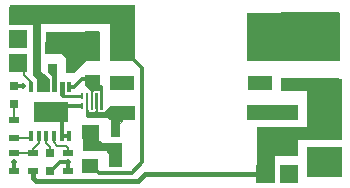
<source format=gbr>
G04 #@! TF.FileFunction,Copper,L1,Top,Signal*
%FSLAX46Y46*%
G04 Gerber Fmt 4.6, Leading zero omitted, Abs format (unit mm)*
G04 Created by KiCad (PCBNEW 4.0.7) date 01/28/18 01:48:01*
%MOMM*%
%LPD*%
G01*
G04 APERTURE LIST*
%ADD10C,0.100000*%
%ADD11R,2.500000X1.000000*%
%ADD12O,0.180000X1.362000*%
%ADD13O,0.180000X0.560000*%
%ADD14R,0.750000X0.800000*%
%ADD15R,1.250000X1.000000*%
%ADD16R,5.000000X1.000000*%
%ADD17R,3.000000X1.000000*%
%ADD18R,1.400000X1.300000*%
%ADD19R,1.100000X2.000000*%
%ADD20R,0.800000X0.800000*%
%ADD21R,1.400000X1.200000*%
%ADD22R,1.500000X1.500000*%
%ADD23R,0.900000X0.500000*%
%ADD24R,1.300000X0.700000*%
%ADD25R,2.080000X1.170000*%
%ADD26R,0.420000X0.890000*%
%ADD27R,0.712500X0.825000*%
%ADD28R,0.800000X0.750000*%
%ADD29C,0.508000*%
%ADD30C,0.200000*%
%ADD31C,0.300000*%
%ADD32C,0.400000*%
G04 APERTURE END LIST*
D10*
D11*
X133100000Y-86500000D03*
X133100000Y-83500000D03*
D12*
X135800000Y-91000000D03*
X136200000Y-91000000D03*
X136600000Y-91000000D03*
X135400000Y-91000000D03*
D13*
X135000000Y-91401000D03*
X135000000Y-90599000D03*
D14*
X132300000Y-96950000D03*
X132300000Y-95450000D03*
D15*
X135800000Y-85600000D03*
X135800000Y-83600000D03*
D14*
X129200000Y-89750000D03*
X129200000Y-91250000D03*
D16*
X154300000Y-84000000D03*
X154300000Y-89600000D03*
D17*
X155500000Y-96900000D03*
X155500000Y-92300000D03*
D18*
X135700000Y-93650000D03*
X135700000Y-96550000D03*
D19*
X137800000Y-95550000D03*
D20*
X137800000Y-93650000D03*
D21*
X152500000Y-95050000D03*
X152500000Y-91950000D03*
D22*
X129600000Y-83800000D03*
X129600000Y-87800000D03*
X129600000Y-85800000D03*
X152500000Y-97200000D03*
X150500000Y-97200000D03*
D23*
X133800000Y-96950000D03*
X133800000Y-95450000D03*
X129200000Y-94150000D03*
X129200000Y-92650000D03*
X129200000Y-96950000D03*
X129200000Y-95450000D03*
D24*
X135800000Y-87250000D03*
X135800000Y-89150000D03*
D23*
X130800000Y-96950000D03*
X130800000Y-95450000D03*
D25*
X150030000Y-87000000D03*
X150030000Y-89500000D03*
X150030000Y-92000000D03*
X138370000Y-92000000D03*
X138370000Y-87000000D03*
X138370000Y-89500000D03*
D26*
X130675000Y-94005000D03*
X131325000Y-94005000D03*
X131975000Y-94005000D03*
X132625000Y-94005000D03*
X133275000Y-94005000D03*
X133925000Y-94005000D03*
X133925000Y-89795000D03*
X133275000Y-89795000D03*
X132625000Y-89795000D03*
X131975000Y-89795000D03*
X131325000Y-89795000D03*
X130675000Y-89795000D03*
D27*
X133368750Y-91487500D03*
X132656250Y-91487500D03*
X131943750Y-91487500D03*
X131231250Y-91487500D03*
X133368750Y-92312500D03*
X132656250Y-92312500D03*
X131943750Y-92312500D03*
X131231250Y-92312500D03*
D28*
X133950000Y-88200000D03*
X132450000Y-88200000D03*
D29*
X134800000Y-87100000D03*
X134800000Y-86500000D03*
X134250000Y-87400000D03*
X134800000Y-85900000D03*
X136050000Y-86500000D03*
X135450000Y-86500000D03*
X134300000Y-85500000D03*
X133700000Y-85500000D03*
X133100000Y-85500000D03*
X132500000Y-85500000D03*
X155500000Y-95300000D03*
X154900000Y-95900000D03*
X155500000Y-95900000D03*
X154900000Y-95300000D03*
X156100000Y-95300000D03*
X156100000Y-95900000D03*
X154900000Y-85600000D03*
X153700000Y-85600000D03*
X153100000Y-85000000D03*
X153700000Y-85000000D03*
X154300000Y-85000000D03*
X153100000Y-85600000D03*
X154300000Y-85600000D03*
X155500000Y-85600000D03*
X154900000Y-85000000D03*
X155500000Y-85000000D03*
X133800000Y-96200000D03*
X129200000Y-96200000D03*
X130000000Y-89750000D03*
X131231250Y-92312500D03*
X131943750Y-92312500D03*
X132656250Y-92312500D03*
X133368750Y-92312500D03*
X133368750Y-91487500D03*
X132656250Y-91487500D03*
X131943750Y-91487500D03*
X131231250Y-91487500D03*
D30*
X134800000Y-87100000D02*
X134500000Y-87400000D01*
X134800000Y-86500000D02*
X134800000Y-87100000D01*
X134500000Y-87400000D02*
X134250000Y-87400000D01*
X134800000Y-86500000D02*
X134800000Y-85900000D01*
X136050000Y-86500000D02*
X135450000Y-86500000D01*
X135450000Y-86500000D02*
X134800000Y-86500000D01*
X134800000Y-86500000D02*
X133100000Y-86500000D01*
X132500000Y-85500000D02*
X133100000Y-85500000D01*
X133700000Y-85500000D02*
X133100000Y-85500000D01*
X134300000Y-85500000D02*
X133700000Y-85500000D01*
X133100000Y-85500000D02*
X133100000Y-86500000D01*
X156100000Y-95300000D02*
X155500000Y-95300000D01*
X154900000Y-95300000D02*
X154900000Y-95900000D01*
X154900000Y-95900000D02*
X155500000Y-95900000D01*
X155500000Y-95300000D02*
X154900000Y-95300000D01*
X156100000Y-95900000D02*
X155500000Y-95900000D01*
X155500000Y-95900000D02*
X155500000Y-96900000D01*
X155500000Y-85600000D02*
X154900000Y-85600000D01*
X154300000Y-85600000D02*
X153700000Y-85600000D01*
X153100000Y-85600000D02*
X153100000Y-85000000D01*
X153700000Y-85000000D02*
X154300000Y-85000000D01*
X153100000Y-85000000D02*
X153700000Y-85000000D01*
X153700000Y-85600000D02*
X153100000Y-85600000D01*
X154900000Y-85600000D02*
X154300000Y-85600000D01*
X155500000Y-85000000D02*
X154900000Y-85000000D01*
X154900000Y-85000000D02*
X154300000Y-85000000D01*
X154300000Y-85000000D02*
X154300000Y-84000000D01*
X132300000Y-96950000D02*
X132350000Y-96950000D01*
D31*
X132350000Y-96950000D02*
X133100000Y-96200000D01*
X133100000Y-96200000D02*
X133800000Y-96200000D01*
X133800000Y-96950000D02*
X133800000Y-96200000D01*
X129200000Y-96950000D02*
X129200000Y-96200000D01*
X133275000Y-94005000D02*
X133275000Y-92406250D01*
D30*
X133275000Y-92406250D02*
X133368750Y-92312500D01*
D31*
X133275000Y-94005000D02*
X133925000Y-94005000D01*
D10*
X135000000Y-91401000D02*
X133455250Y-91401000D01*
X133455250Y-91401000D02*
X133368750Y-91487500D01*
D31*
X129200000Y-89750000D02*
X130000000Y-89750000D01*
D32*
X133275000Y-92406250D02*
X133368750Y-92312500D01*
X133950000Y-88200000D02*
X133900000Y-88200000D01*
D31*
X135700000Y-96350000D02*
X136450000Y-97100000D01*
X139200000Y-97100000D02*
X140100000Y-96200000D01*
X136450000Y-97100000D02*
X139200000Y-97100000D01*
D30*
X135700000Y-96350000D02*
X136250000Y-96900000D01*
D31*
X140100000Y-96200000D02*
X140100000Y-88200000D01*
X140100000Y-88200000D02*
X138900000Y-87000000D01*
D30*
X138900000Y-87000000D02*
X138370000Y-87000000D01*
X129200000Y-91250000D02*
X129200000Y-92650000D01*
X131975000Y-94005000D02*
X131975000Y-94575000D01*
X132300000Y-94900000D02*
X132300000Y-95450000D01*
X131975000Y-94575000D02*
X132300000Y-94900000D01*
D32*
X150500000Y-97200000D02*
X140350000Y-97200000D01*
X140350000Y-97200000D02*
X139750000Y-97800000D01*
X130800000Y-96950000D02*
X130800000Y-97500000D01*
X130800000Y-97500000D02*
X131100000Y-97800000D01*
X131100000Y-97800000D02*
X139750000Y-97800000D01*
X135700000Y-93450000D02*
X135900000Y-93450000D01*
X137800000Y-95350000D02*
X137800000Y-95550000D01*
D30*
X130675000Y-89795000D02*
X130675000Y-89425000D01*
X130675000Y-89425000D02*
X130100000Y-88850000D01*
X130100000Y-88850000D02*
X130100000Y-88300000D01*
X130100000Y-88300000D02*
X129600000Y-87800000D01*
D31*
X133925000Y-89795000D02*
X134305000Y-89795000D01*
X134950000Y-89150000D02*
X135800000Y-89150000D01*
X134305000Y-89795000D02*
X134950000Y-89150000D01*
D10*
X135000000Y-90599000D02*
X133499000Y-90599000D01*
X133275000Y-90375000D02*
X133275000Y-89795000D01*
X133499000Y-90599000D02*
X133275000Y-90375000D01*
D30*
X132625000Y-94005000D02*
X132625000Y-94525000D01*
X133800000Y-95000000D02*
X133800000Y-95450000D01*
X133600000Y-94800000D02*
X133800000Y-95000000D01*
X132900000Y-94800000D02*
X133600000Y-94800000D01*
X132625000Y-94525000D02*
X132900000Y-94800000D01*
X133750000Y-95450000D02*
X133800000Y-95450000D01*
X129200000Y-94150000D02*
X130530000Y-94150000D01*
X130530000Y-94150000D02*
X130675000Y-94005000D01*
X129200000Y-95450000D02*
X130800000Y-95450000D01*
X131325000Y-94005000D02*
X131325000Y-94575000D01*
X131325000Y-94575000D02*
X130800000Y-95100000D01*
X130800000Y-95100000D02*
X130800000Y-95450000D01*
D10*
G36*
X135450000Y-91800000D02*
X135451980Y-91813930D01*
X135457761Y-91826756D01*
X135464645Y-91835355D01*
X135564645Y-91935355D01*
X135575894Y-91943805D01*
X135589052Y-91948787D01*
X135600000Y-91950000D01*
X136000000Y-91950000D01*
X136013930Y-91948020D01*
X136026756Y-91942239D01*
X136035355Y-91935355D01*
X136135355Y-91835355D01*
X136143805Y-91824106D01*
X136148787Y-91810948D01*
X136150000Y-91800000D01*
X136150000Y-90350000D01*
X136250000Y-90350000D01*
X136250000Y-91800000D01*
X136251980Y-91813930D01*
X136257761Y-91826756D01*
X136264645Y-91835355D01*
X136364645Y-91935355D01*
X136375894Y-91943805D01*
X136389052Y-91948787D01*
X136400000Y-91950000D01*
X136800000Y-91950000D01*
X136813930Y-91948020D01*
X136826756Y-91942239D01*
X136835355Y-91935355D01*
X137320710Y-91450000D01*
X139400000Y-91450000D01*
X139400000Y-92550000D01*
X138500000Y-92550000D01*
X138486070Y-92551980D01*
X138473244Y-92557761D01*
X138464645Y-92564645D01*
X138164645Y-92864645D01*
X138156195Y-92875894D01*
X138151213Y-92889052D01*
X138150000Y-92900000D01*
X138150000Y-94000000D01*
X137450000Y-94000000D01*
X137450000Y-92700000D01*
X137448020Y-92686070D01*
X137442239Y-92673244D01*
X137435355Y-92664645D01*
X137135355Y-92364645D01*
X137124106Y-92356195D01*
X137110948Y-92351213D01*
X137100000Y-92350000D01*
X135420710Y-92350000D01*
X135350000Y-92279290D01*
X135350000Y-90350000D01*
X135450000Y-90350000D01*
X135450000Y-91800000D01*
X135450000Y-91800000D01*
G37*
X135450000Y-91800000D02*
X135451980Y-91813930D01*
X135457761Y-91826756D01*
X135464645Y-91835355D01*
X135564645Y-91935355D01*
X135575894Y-91943805D01*
X135589052Y-91948787D01*
X135600000Y-91950000D01*
X136000000Y-91950000D01*
X136013930Y-91948020D01*
X136026756Y-91942239D01*
X136035355Y-91935355D01*
X136135355Y-91835355D01*
X136143805Y-91824106D01*
X136148787Y-91810948D01*
X136150000Y-91800000D01*
X136150000Y-90350000D01*
X136250000Y-90350000D01*
X136250000Y-91800000D01*
X136251980Y-91813930D01*
X136257761Y-91826756D01*
X136264645Y-91835355D01*
X136364645Y-91935355D01*
X136375894Y-91943805D01*
X136389052Y-91948787D01*
X136400000Y-91950000D01*
X136800000Y-91950000D01*
X136813930Y-91948020D01*
X136826756Y-91942239D01*
X136835355Y-91935355D01*
X137320710Y-91450000D01*
X139400000Y-91450000D01*
X139400000Y-92550000D01*
X138500000Y-92550000D01*
X138486070Y-92551980D01*
X138473244Y-92557761D01*
X138464645Y-92564645D01*
X138164645Y-92864645D01*
X138156195Y-92875894D01*
X138151213Y-92889052D01*
X138150000Y-92900000D01*
X138150000Y-94000000D01*
X137450000Y-94000000D01*
X137450000Y-92700000D01*
X137448020Y-92686070D01*
X137442239Y-92673244D01*
X137435355Y-92664645D01*
X137135355Y-92364645D01*
X137124106Y-92356195D01*
X137110948Y-92351213D01*
X137100000Y-92350000D01*
X135420710Y-92350000D01*
X135350000Y-92279290D01*
X135350000Y-90350000D01*
X135450000Y-90350000D01*
X135450000Y-91800000D01*
G36*
X136400000Y-89500000D02*
X136401980Y-89513930D01*
X136407761Y-89526756D01*
X136414645Y-89535355D01*
X136650000Y-89770710D01*
X136650000Y-91650000D01*
X136550000Y-91650000D01*
X136550000Y-90200000D01*
X136548020Y-90186070D01*
X136542239Y-90173244D01*
X136535355Y-90164645D01*
X136435355Y-90064645D01*
X136424106Y-90056195D01*
X136410948Y-90051213D01*
X136400000Y-90050000D01*
X136000000Y-90050000D01*
X135986070Y-90051980D01*
X135973244Y-90057761D01*
X135964645Y-90064645D01*
X135864645Y-90164645D01*
X135856195Y-90175894D01*
X135851213Y-90189052D01*
X135850000Y-90200000D01*
X135850000Y-91650000D01*
X135750000Y-91650000D01*
X135750000Y-90200000D01*
X135748020Y-90186070D01*
X135742239Y-90173244D01*
X135735355Y-90164645D01*
X135200000Y-89629290D01*
X135200000Y-88850000D01*
X136400000Y-88850000D01*
X136400000Y-89500000D01*
X136400000Y-89500000D01*
G37*
X136400000Y-89500000D02*
X136401980Y-89513930D01*
X136407761Y-89526756D01*
X136414645Y-89535355D01*
X136650000Y-89770710D01*
X136650000Y-91650000D01*
X136550000Y-91650000D01*
X136550000Y-90200000D01*
X136548020Y-90186070D01*
X136542239Y-90173244D01*
X136535355Y-90164645D01*
X136435355Y-90064645D01*
X136424106Y-90056195D01*
X136410948Y-90051213D01*
X136400000Y-90050000D01*
X136000000Y-90050000D01*
X135986070Y-90051980D01*
X135973244Y-90057761D01*
X135964645Y-90064645D01*
X135864645Y-90164645D01*
X135856195Y-90175894D01*
X135851213Y-90189052D01*
X135850000Y-90200000D01*
X135850000Y-91650000D01*
X135750000Y-91650000D01*
X135750000Y-90200000D01*
X135748020Y-90186070D01*
X135742239Y-90173244D01*
X135735355Y-90164645D01*
X135200000Y-89629290D01*
X135200000Y-88850000D01*
X136400000Y-88850000D01*
X136400000Y-89500000D01*
G36*
X133450000Y-90350000D02*
X133451980Y-90363930D01*
X133457761Y-90376756D01*
X133464645Y-90385355D01*
X133564645Y-90485355D01*
X133575894Y-90493805D01*
X133589052Y-90498787D01*
X133600000Y-90500000D01*
X134900000Y-90500000D01*
X134900000Y-90700000D01*
X133320710Y-90700000D01*
X133100000Y-90479290D01*
X133100000Y-89400000D01*
X133450000Y-89400000D01*
X133450000Y-90350000D01*
X133450000Y-90350000D01*
G37*
X133450000Y-90350000D02*
X133451980Y-90363930D01*
X133457761Y-90376756D01*
X133464645Y-90385355D01*
X133564645Y-90485355D01*
X133575894Y-90493805D01*
X133589052Y-90498787D01*
X133600000Y-90500000D01*
X134900000Y-90500000D01*
X134900000Y-90700000D01*
X133320710Y-90700000D01*
X133100000Y-90479290D01*
X133100000Y-89400000D01*
X133450000Y-89400000D01*
X133450000Y-90350000D01*
G36*
X136400000Y-87550000D02*
X135350000Y-87550000D01*
X135336070Y-87551980D01*
X135323244Y-87557761D01*
X135314645Y-87564645D01*
X134329290Y-88550000D01*
X133600000Y-88550000D01*
X133600000Y-87350000D01*
X133598020Y-87336070D01*
X133592239Y-87323244D01*
X133585355Y-87314645D01*
X133235355Y-86964645D01*
X133224106Y-86956195D01*
X133210948Y-86951213D01*
X133200000Y-86950000D01*
X131900000Y-86950000D01*
X131900000Y-85150000D01*
X136400000Y-85150000D01*
X136400000Y-87550000D01*
X136400000Y-87550000D01*
G37*
X136400000Y-87550000D02*
X135350000Y-87550000D01*
X135336070Y-87551980D01*
X135323244Y-87557761D01*
X135314645Y-87564645D01*
X134329290Y-88550000D01*
X133600000Y-88550000D01*
X133600000Y-87350000D01*
X133598020Y-87336070D01*
X133592239Y-87323244D01*
X133585355Y-87314645D01*
X133235355Y-86964645D01*
X133224106Y-86956195D01*
X133210948Y-86951213D01*
X133200000Y-86950000D01*
X131900000Y-86950000D01*
X131900000Y-85150000D01*
X136400000Y-85150000D01*
X136400000Y-87550000D01*
G36*
X132800000Y-90200000D02*
X132450000Y-90200000D01*
X132450000Y-88950000D01*
X132448020Y-88936070D01*
X132442239Y-88923244D01*
X132435355Y-88914645D01*
X132100000Y-88579290D01*
X132100000Y-87850000D01*
X132800000Y-87850000D01*
X132800000Y-90200000D01*
X132800000Y-90200000D01*
G37*
X132800000Y-90200000D02*
X132450000Y-90200000D01*
X132450000Y-88950000D01*
X132448020Y-88936070D01*
X132442239Y-88923244D01*
X132435355Y-88914645D01*
X132100000Y-88579290D01*
X132100000Y-87850000D01*
X132800000Y-87850000D01*
X132800000Y-90200000D01*
G36*
X139400000Y-87550000D02*
X137350000Y-87550000D01*
X137350000Y-84500000D01*
X137348020Y-84486070D01*
X137342239Y-84473244D01*
X137333112Y-84462536D01*
X137321364Y-84454794D01*
X137307924Y-84450632D01*
X137300000Y-84450000D01*
X131450000Y-84450000D01*
X131436070Y-84451980D01*
X131423244Y-84457761D01*
X131412536Y-84466888D01*
X131404794Y-84478636D01*
X131400632Y-84492076D01*
X131400000Y-84500000D01*
X131400000Y-88400000D01*
X131401980Y-88413930D01*
X131407761Y-88426756D01*
X131414645Y-88435355D01*
X132150000Y-89170710D01*
X132150000Y-90200000D01*
X131150000Y-90200000D01*
X131150000Y-89150000D01*
X131148020Y-89136070D01*
X131142239Y-89123244D01*
X131135355Y-89114645D01*
X130800000Y-88779290D01*
X130800000Y-84550000D01*
X130798020Y-84536070D01*
X130792239Y-84523244D01*
X130783112Y-84512536D01*
X130771364Y-84504794D01*
X130757924Y-84500632D01*
X130750000Y-84500000D01*
X128900000Y-84500000D01*
X128900000Y-82850000D01*
X139400000Y-82850000D01*
X139400000Y-87550000D01*
X139400000Y-87550000D01*
G37*
X139400000Y-87550000D02*
X137350000Y-87550000D01*
X137350000Y-84500000D01*
X137348020Y-84486070D01*
X137342239Y-84473244D01*
X137333112Y-84462536D01*
X137321364Y-84454794D01*
X137307924Y-84450632D01*
X137300000Y-84450000D01*
X131450000Y-84450000D01*
X131436070Y-84451980D01*
X131423244Y-84457761D01*
X131412536Y-84466888D01*
X131404794Y-84478636D01*
X131400632Y-84492076D01*
X131400000Y-84500000D01*
X131400000Y-88400000D01*
X131401980Y-88413930D01*
X131407761Y-88426756D01*
X131414645Y-88435355D01*
X132150000Y-89170710D01*
X132150000Y-90200000D01*
X131150000Y-90200000D01*
X131150000Y-89150000D01*
X131148020Y-89136070D01*
X131142239Y-89123244D01*
X131135355Y-89114645D01*
X130800000Y-88779290D01*
X130800000Y-84550000D01*
X130798020Y-84536070D01*
X130792239Y-84523244D01*
X130783112Y-84512536D01*
X130771364Y-84504794D01*
X130757924Y-84500632D01*
X130750000Y-84500000D01*
X128900000Y-84500000D01*
X128900000Y-82850000D01*
X139400000Y-82850000D01*
X139400000Y-87550000D01*
G36*
X133700000Y-91250000D02*
X133701980Y-91263930D01*
X133707761Y-91276756D01*
X133716888Y-91287464D01*
X133728636Y-91295206D01*
X133742076Y-91299368D01*
X133750000Y-91300000D01*
X134950000Y-91300000D01*
X134950000Y-91500000D01*
X133750000Y-91500000D01*
X133736070Y-91501980D01*
X133723244Y-91507761D01*
X133712536Y-91516888D01*
X133704794Y-91528636D01*
X133700632Y-91542076D01*
X133700000Y-91550000D01*
X133700000Y-92700000D01*
X130900000Y-92700000D01*
X130900000Y-91100000D01*
X133700000Y-91100000D01*
X133700000Y-91250000D01*
X133700000Y-91250000D01*
G37*
X133700000Y-91250000D02*
X133701980Y-91263930D01*
X133707761Y-91276756D01*
X133716888Y-91287464D01*
X133728636Y-91295206D01*
X133742076Y-91299368D01*
X133750000Y-91300000D01*
X134950000Y-91300000D01*
X134950000Y-91500000D01*
X133750000Y-91500000D01*
X133736070Y-91501980D01*
X133723244Y-91507761D01*
X133712536Y-91516888D01*
X133704794Y-91528636D01*
X133700632Y-91542076D01*
X133700000Y-91550000D01*
X133700000Y-92700000D01*
X130900000Y-92700000D01*
X130900000Y-91100000D01*
X133700000Y-91100000D01*
X133700000Y-91250000D01*
G36*
X156750000Y-87550000D02*
X148950000Y-87550000D01*
X148950000Y-83550000D01*
X156750000Y-83550000D01*
X156750000Y-87550000D01*
X156750000Y-87550000D01*
G37*
X156750000Y-87550000D02*
X148950000Y-87550000D01*
X148950000Y-83550000D01*
X156750000Y-83550000D01*
X156750000Y-87550000D01*
G36*
X156950000Y-97350000D02*
X154050000Y-97350000D01*
X154050000Y-94950000D01*
X156950000Y-94950000D01*
X156950000Y-97350000D01*
X156950000Y-97350000D01*
G37*
X156950000Y-97350000D02*
X154050000Y-97350000D01*
X154050000Y-94950000D01*
X156950000Y-94950000D01*
X156950000Y-97350000D01*
G36*
X153150000Y-92550000D02*
X148950000Y-92550000D01*
X148950000Y-91350000D01*
X153150000Y-91350000D01*
X153150000Y-92550000D01*
X153150000Y-92550000D01*
G37*
X153150000Y-92550000D02*
X148950000Y-92550000D01*
X148950000Y-91350000D01*
X153150000Y-91350000D01*
X153150000Y-92550000D01*
G36*
X136350000Y-94250000D02*
X136351980Y-94263930D01*
X136357761Y-94276756D01*
X136364645Y-94285355D01*
X136664645Y-94585355D01*
X136675894Y-94593805D01*
X136689052Y-94598787D01*
X136700000Y-94600000D01*
X138300000Y-94600000D01*
X138300000Y-96500000D01*
X137300000Y-96500000D01*
X137300000Y-95500000D01*
X137298020Y-95486070D01*
X137292239Y-95473244D01*
X137285355Y-95464645D01*
X136985355Y-95164645D01*
X136974106Y-95156195D01*
X136960948Y-95151213D01*
X136950000Y-95150000D01*
X135050000Y-95150000D01*
X135050000Y-93050000D01*
X136350000Y-93050000D01*
X136350000Y-94250000D01*
X136350000Y-94250000D01*
G37*
X136350000Y-94250000D02*
X136351980Y-94263930D01*
X136357761Y-94276756D01*
X136364645Y-94285355D01*
X136664645Y-94585355D01*
X136675894Y-94593805D01*
X136689052Y-94598787D01*
X136700000Y-94600000D01*
X138300000Y-94600000D01*
X138300000Y-96500000D01*
X137300000Y-96500000D01*
X137300000Y-95500000D01*
X137298020Y-95486070D01*
X137292239Y-95473244D01*
X137285355Y-95464645D01*
X136985355Y-95164645D01*
X136974106Y-95156195D01*
X136960948Y-95151213D01*
X136950000Y-95150000D01*
X135050000Y-95150000D01*
X135050000Y-93050000D01*
X136350000Y-93050000D01*
X136350000Y-94250000D01*
G36*
X156950000Y-94250000D02*
X153200000Y-94250000D01*
X153186070Y-94251980D01*
X153173244Y-94257761D01*
X153162536Y-94266888D01*
X153154794Y-94278636D01*
X153150632Y-94292076D01*
X153150000Y-94300000D01*
X153150000Y-95600000D01*
X151250000Y-95600000D01*
X151236070Y-95601980D01*
X151223244Y-95607761D01*
X151212536Y-95616888D01*
X151204794Y-95628636D01*
X151200632Y-95642076D01*
X151200000Y-95650000D01*
X151200000Y-97900000D01*
X149800000Y-97900000D01*
X149800000Y-93250000D01*
X154000000Y-93250000D01*
X154013930Y-93248020D01*
X154026756Y-93242239D01*
X154037464Y-93233112D01*
X154045206Y-93221364D01*
X154049368Y-93207924D01*
X154050000Y-93200000D01*
X154050000Y-90100000D01*
X154048020Y-90086070D01*
X154042239Y-90073244D01*
X154033112Y-90062536D01*
X154021364Y-90054794D01*
X154007924Y-90050632D01*
X154000000Y-90050000D01*
X151850000Y-90050000D01*
X151850000Y-89150000D01*
X156950000Y-89150000D01*
X156950000Y-94250000D01*
X156950000Y-94250000D01*
G37*
X156950000Y-94250000D02*
X153200000Y-94250000D01*
X153186070Y-94251980D01*
X153173244Y-94257761D01*
X153162536Y-94266888D01*
X153154794Y-94278636D01*
X153150632Y-94292076D01*
X153150000Y-94300000D01*
X153150000Y-95600000D01*
X151250000Y-95600000D01*
X151236070Y-95601980D01*
X151223244Y-95607761D01*
X151212536Y-95616888D01*
X151204794Y-95628636D01*
X151200632Y-95642076D01*
X151200000Y-95650000D01*
X151200000Y-97900000D01*
X149800000Y-97900000D01*
X149800000Y-93250000D01*
X154000000Y-93250000D01*
X154013930Y-93248020D01*
X154026756Y-93242239D01*
X154037464Y-93233112D01*
X154045206Y-93221364D01*
X154049368Y-93207924D01*
X154050000Y-93200000D01*
X154050000Y-90100000D01*
X154048020Y-90086070D01*
X154042239Y-90073244D01*
X154033112Y-90062536D01*
X154021364Y-90054794D01*
X154007924Y-90050632D01*
X154000000Y-90050000D01*
X151850000Y-90050000D01*
X151850000Y-89150000D01*
X156950000Y-89150000D01*
X156950000Y-94250000D01*
M02*

</source>
